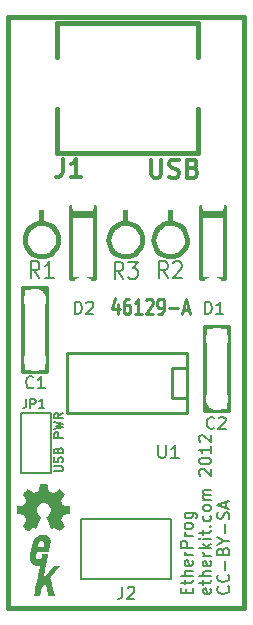
<source format=gto>
G04 (created by PCBNEW-RS274X (2011-nov-30)-testing) date Mon 05 Mar 2012 05:05:37 PM PST*
G01*
G70*
G90*
%MOIN*%
G04 Gerber Fmt 3.4, Leading zero omitted, Abs format*
%FSLAX34Y34*%
G04 APERTURE LIST*
%ADD10C,0.006000*%
%ADD11C,0.009900*%
%ADD12C,0.005900*%
%ADD13C,0.015000*%
%ADD14C,0.012000*%
%ADD15C,0.010000*%
%ADD16C,0.000100*%
%ADD17C,0.008000*%
%ADD18R,0.080000X0.080000*%
%ADD19C,0.080000*%
%ADD20C,0.075000*%
%ADD21R,0.075000X0.075000*%
%ADD22C,0.075100*%
%ADD23C,0.149900*%
G04 APERTURE END LIST*
G54D10*
G54D11*
X62712Y-25299D02*
X62712Y-25640D01*
X62618Y-25104D02*
X62524Y-25470D01*
X62768Y-25470D01*
X63087Y-25128D02*
X63012Y-25128D01*
X62974Y-25153D01*
X62955Y-25177D01*
X62918Y-25250D01*
X62899Y-25348D01*
X62899Y-25543D01*
X62918Y-25591D01*
X62937Y-25616D01*
X62974Y-25640D01*
X63049Y-25640D01*
X63087Y-25616D01*
X63105Y-25591D01*
X63124Y-25543D01*
X63124Y-25421D01*
X63105Y-25372D01*
X63087Y-25348D01*
X63049Y-25323D01*
X62974Y-25323D01*
X62937Y-25348D01*
X62918Y-25372D01*
X62899Y-25421D01*
X63499Y-25640D02*
X63274Y-25640D01*
X63387Y-25640D02*
X63387Y-25128D01*
X63349Y-25201D01*
X63312Y-25250D01*
X63274Y-25275D01*
X63649Y-25177D02*
X63668Y-25153D01*
X63705Y-25128D01*
X63799Y-25128D01*
X63837Y-25153D01*
X63855Y-25177D01*
X63874Y-25226D01*
X63874Y-25275D01*
X63855Y-25348D01*
X63630Y-25640D01*
X63874Y-25640D01*
X64062Y-25640D02*
X64137Y-25640D01*
X64174Y-25616D01*
X64193Y-25591D01*
X64230Y-25518D01*
X64249Y-25421D01*
X64249Y-25226D01*
X64230Y-25177D01*
X64212Y-25153D01*
X64174Y-25128D01*
X64099Y-25128D01*
X64062Y-25153D01*
X64043Y-25177D01*
X64024Y-25226D01*
X64024Y-25348D01*
X64043Y-25396D01*
X64062Y-25421D01*
X64099Y-25445D01*
X64174Y-25445D01*
X64212Y-25421D01*
X64230Y-25396D01*
X64249Y-25348D01*
X64418Y-25445D02*
X64718Y-25445D01*
X64887Y-25494D02*
X65075Y-25494D01*
X64850Y-25640D02*
X64981Y-25128D01*
X65112Y-25640D01*
G54D12*
X64992Y-34945D02*
X64992Y-34814D01*
X65198Y-34758D02*
X65198Y-34945D01*
X64804Y-34945D01*
X64804Y-34758D01*
X64936Y-34645D02*
X64936Y-34495D01*
X64804Y-34589D02*
X65142Y-34589D01*
X65180Y-34570D01*
X65198Y-34533D01*
X65198Y-34495D01*
X65198Y-34364D02*
X64804Y-34364D01*
X65198Y-34195D02*
X64992Y-34195D01*
X64955Y-34214D01*
X64936Y-34252D01*
X64936Y-34308D01*
X64955Y-34345D01*
X64973Y-34364D01*
X65180Y-33858D02*
X65198Y-33896D01*
X65198Y-33971D01*
X65180Y-34008D01*
X65142Y-34027D01*
X64992Y-34027D01*
X64955Y-34008D01*
X64936Y-33971D01*
X64936Y-33896D01*
X64955Y-33858D01*
X64992Y-33839D01*
X65030Y-33839D01*
X65067Y-34027D01*
X65198Y-33670D02*
X64936Y-33670D01*
X65011Y-33670D02*
X64973Y-33651D01*
X64955Y-33633D01*
X64936Y-33595D01*
X64936Y-33558D01*
X65198Y-33426D02*
X64804Y-33426D01*
X64804Y-33276D01*
X64823Y-33239D01*
X64842Y-33220D01*
X64880Y-33201D01*
X64936Y-33201D01*
X64973Y-33220D01*
X64992Y-33239D01*
X65011Y-33276D01*
X65011Y-33426D01*
X65198Y-33032D02*
X64936Y-33032D01*
X65011Y-33032D02*
X64973Y-33013D01*
X64955Y-32995D01*
X64936Y-32957D01*
X64936Y-32920D01*
X65198Y-32732D02*
X65180Y-32769D01*
X65161Y-32788D01*
X65123Y-32807D01*
X65011Y-32807D01*
X64973Y-32788D01*
X64955Y-32769D01*
X64936Y-32732D01*
X64936Y-32676D01*
X64955Y-32638D01*
X64973Y-32619D01*
X65011Y-32601D01*
X65123Y-32601D01*
X65161Y-32619D01*
X65180Y-32638D01*
X65198Y-32676D01*
X65198Y-32732D01*
X64936Y-32263D02*
X65255Y-32263D01*
X65292Y-32282D01*
X65311Y-32301D01*
X65330Y-32338D01*
X65330Y-32395D01*
X65311Y-32432D01*
X65180Y-32263D02*
X65198Y-32301D01*
X65198Y-32376D01*
X65180Y-32413D01*
X65161Y-32432D01*
X65123Y-32451D01*
X65011Y-32451D01*
X64973Y-32432D01*
X64955Y-32413D01*
X64936Y-32376D01*
X64936Y-32301D01*
X64955Y-32263D01*
X65790Y-34795D02*
X65808Y-34833D01*
X65808Y-34908D01*
X65790Y-34945D01*
X65752Y-34964D01*
X65602Y-34964D01*
X65565Y-34945D01*
X65546Y-34908D01*
X65546Y-34833D01*
X65565Y-34795D01*
X65602Y-34776D01*
X65640Y-34776D01*
X65677Y-34964D01*
X65546Y-34663D02*
X65546Y-34513D01*
X65414Y-34607D02*
X65752Y-34607D01*
X65790Y-34588D01*
X65808Y-34551D01*
X65808Y-34513D01*
X65808Y-34382D02*
X65414Y-34382D01*
X65808Y-34213D02*
X65602Y-34213D01*
X65565Y-34232D01*
X65546Y-34270D01*
X65546Y-34326D01*
X65565Y-34363D01*
X65583Y-34382D01*
X65790Y-33876D02*
X65808Y-33914D01*
X65808Y-33989D01*
X65790Y-34026D01*
X65752Y-34045D01*
X65602Y-34045D01*
X65565Y-34026D01*
X65546Y-33989D01*
X65546Y-33914D01*
X65565Y-33876D01*
X65602Y-33857D01*
X65640Y-33857D01*
X65677Y-34045D01*
X65808Y-33688D02*
X65546Y-33688D01*
X65621Y-33688D02*
X65583Y-33669D01*
X65565Y-33651D01*
X65546Y-33613D01*
X65546Y-33576D01*
X65808Y-33444D02*
X65414Y-33444D01*
X65658Y-33407D02*
X65808Y-33294D01*
X65546Y-33294D02*
X65696Y-33444D01*
X65808Y-33125D02*
X65546Y-33125D01*
X65414Y-33125D02*
X65433Y-33144D01*
X65452Y-33125D01*
X65433Y-33106D01*
X65414Y-33125D01*
X65452Y-33125D01*
X65546Y-32993D02*
X65546Y-32843D01*
X65414Y-32937D02*
X65752Y-32937D01*
X65790Y-32918D01*
X65808Y-32881D01*
X65808Y-32843D01*
X65771Y-32712D02*
X65790Y-32693D01*
X65808Y-32712D01*
X65790Y-32731D01*
X65771Y-32712D01*
X65808Y-32712D01*
X65790Y-32355D02*
X65808Y-32393D01*
X65808Y-32468D01*
X65790Y-32505D01*
X65771Y-32524D01*
X65733Y-32543D01*
X65621Y-32543D01*
X65583Y-32524D01*
X65565Y-32505D01*
X65546Y-32468D01*
X65546Y-32393D01*
X65565Y-32355D01*
X65808Y-32130D02*
X65790Y-32167D01*
X65771Y-32186D01*
X65733Y-32205D01*
X65621Y-32205D01*
X65583Y-32186D01*
X65565Y-32167D01*
X65546Y-32130D01*
X65546Y-32074D01*
X65565Y-32036D01*
X65583Y-32017D01*
X65621Y-31999D01*
X65733Y-31999D01*
X65771Y-32017D01*
X65790Y-32036D01*
X65808Y-32074D01*
X65808Y-32130D01*
X65808Y-31830D02*
X65546Y-31830D01*
X65583Y-31830D02*
X65565Y-31811D01*
X65546Y-31774D01*
X65546Y-31718D01*
X65565Y-31680D01*
X65602Y-31661D01*
X65808Y-31661D01*
X65602Y-31661D02*
X65565Y-31643D01*
X65546Y-31605D01*
X65546Y-31549D01*
X65565Y-31511D01*
X65602Y-31492D01*
X65808Y-31492D01*
X65452Y-31024D02*
X65433Y-31005D01*
X65414Y-30968D01*
X65414Y-30874D01*
X65433Y-30836D01*
X65452Y-30818D01*
X65490Y-30799D01*
X65527Y-30799D01*
X65583Y-30818D01*
X65808Y-31043D01*
X65808Y-30799D01*
X65414Y-30555D02*
X65414Y-30518D01*
X65433Y-30480D01*
X65452Y-30461D01*
X65490Y-30443D01*
X65565Y-30424D01*
X65658Y-30424D01*
X65733Y-30443D01*
X65771Y-30461D01*
X65790Y-30480D01*
X65808Y-30518D01*
X65808Y-30555D01*
X65790Y-30593D01*
X65771Y-30611D01*
X65733Y-30630D01*
X65658Y-30649D01*
X65565Y-30649D01*
X65490Y-30630D01*
X65452Y-30611D01*
X65433Y-30593D01*
X65414Y-30555D01*
X65808Y-30049D02*
X65808Y-30274D01*
X65808Y-30161D02*
X65414Y-30161D01*
X65471Y-30199D01*
X65508Y-30236D01*
X65527Y-30274D01*
X65452Y-29899D02*
X65433Y-29880D01*
X65414Y-29843D01*
X65414Y-29749D01*
X65433Y-29711D01*
X65452Y-29693D01*
X65490Y-29674D01*
X65527Y-29674D01*
X65583Y-29693D01*
X65808Y-29918D01*
X65808Y-29674D01*
X66381Y-34720D02*
X66400Y-34739D01*
X66418Y-34795D01*
X66418Y-34833D01*
X66400Y-34889D01*
X66362Y-34926D01*
X66325Y-34945D01*
X66250Y-34964D01*
X66193Y-34964D01*
X66118Y-34945D01*
X66081Y-34926D01*
X66043Y-34889D01*
X66024Y-34833D01*
X66024Y-34795D01*
X66043Y-34739D01*
X66062Y-34720D01*
X66381Y-34326D02*
X66400Y-34345D01*
X66418Y-34401D01*
X66418Y-34439D01*
X66400Y-34495D01*
X66362Y-34532D01*
X66325Y-34551D01*
X66250Y-34570D01*
X66193Y-34570D01*
X66118Y-34551D01*
X66081Y-34532D01*
X66043Y-34495D01*
X66024Y-34439D01*
X66024Y-34401D01*
X66043Y-34345D01*
X66062Y-34326D01*
X66268Y-34157D02*
X66268Y-33857D01*
X66212Y-33538D02*
X66231Y-33482D01*
X66250Y-33463D01*
X66287Y-33444D01*
X66343Y-33444D01*
X66381Y-33463D01*
X66400Y-33482D01*
X66418Y-33519D01*
X66418Y-33669D01*
X66024Y-33669D01*
X66024Y-33538D01*
X66043Y-33500D01*
X66062Y-33482D01*
X66100Y-33463D01*
X66137Y-33463D01*
X66175Y-33482D01*
X66193Y-33500D01*
X66212Y-33538D01*
X66212Y-33669D01*
X66231Y-33200D02*
X66418Y-33200D01*
X66024Y-33331D02*
X66231Y-33200D01*
X66024Y-33069D01*
X66268Y-32937D02*
X66268Y-32637D01*
X66400Y-32468D02*
X66418Y-32412D01*
X66418Y-32318D01*
X66400Y-32280D01*
X66381Y-32262D01*
X66343Y-32243D01*
X66306Y-32243D01*
X66268Y-32262D01*
X66250Y-32280D01*
X66231Y-32318D01*
X66212Y-32393D01*
X66193Y-32430D01*
X66175Y-32449D01*
X66137Y-32468D01*
X66100Y-32468D01*
X66062Y-32449D01*
X66043Y-32430D01*
X66024Y-32393D01*
X66024Y-32299D01*
X66043Y-32243D01*
X66306Y-32093D02*
X66306Y-31905D01*
X66418Y-32130D02*
X66024Y-31999D01*
X66418Y-31868D01*
G54D13*
X66929Y-15748D02*
X59055Y-15748D01*
X66929Y-35433D02*
X66929Y-15748D01*
X59055Y-35433D02*
X66929Y-35433D01*
X59055Y-15748D02*
X59055Y-35433D01*
G54D10*
X60480Y-30941D02*
X59480Y-30941D01*
X59480Y-30941D02*
X59480Y-28941D01*
X59480Y-28941D02*
X60480Y-28941D01*
X60480Y-28941D02*
X60480Y-30941D01*
G54D14*
X60361Y-24781D02*
X60361Y-27581D01*
X60361Y-27581D02*
X59561Y-27581D01*
X59561Y-27581D02*
X59561Y-24781D01*
X59561Y-24781D02*
X60361Y-24781D01*
X60161Y-24781D02*
X60361Y-24981D01*
X65624Y-28861D02*
X65624Y-26061D01*
X65624Y-26061D02*
X66424Y-26061D01*
X66424Y-26061D02*
X66424Y-28861D01*
X66424Y-28861D02*
X65624Y-28861D01*
X65824Y-28861D02*
X65624Y-28661D01*
X65866Y-21768D02*
X65866Y-22068D01*
X65866Y-22068D02*
X65466Y-22068D01*
X65466Y-22068D02*
X65466Y-24468D01*
X65466Y-24468D02*
X65866Y-24468D01*
X65866Y-24468D02*
X65866Y-24768D01*
X65866Y-24468D02*
X66266Y-24468D01*
X66266Y-24468D02*
X66266Y-22068D01*
X66266Y-22068D02*
X65866Y-22068D01*
X65466Y-22268D02*
X66266Y-22268D01*
X66266Y-22368D02*
X65466Y-22368D01*
X61555Y-21787D02*
X61555Y-22087D01*
X61555Y-22087D02*
X61155Y-22087D01*
X61155Y-22087D02*
X61155Y-24487D01*
X61155Y-24487D02*
X61555Y-24487D01*
X61555Y-24487D02*
X61555Y-24787D01*
X61555Y-24487D02*
X61955Y-24487D01*
X61955Y-24487D02*
X61955Y-22087D01*
X61955Y-22087D02*
X61555Y-22087D01*
X61155Y-22287D02*
X61955Y-22287D01*
X61955Y-22387D02*
X61155Y-22387D01*
G54D13*
X60158Y-22598D02*
X60158Y-22205D01*
X60717Y-23158D02*
X60706Y-23266D01*
X60674Y-23371D01*
X60623Y-23467D01*
X60554Y-23551D01*
X60470Y-23621D01*
X60374Y-23673D01*
X60270Y-23705D01*
X60161Y-23716D01*
X60054Y-23707D01*
X59949Y-23676D01*
X59852Y-23625D01*
X59767Y-23557D01*
X59697Y-23473D01*
X59645Y-23378D01*
X59612Y-23274D01*
X59600Y-23165D01*
X59609Y-23058D01*
X59639Y-22953D01*
X59689Y-22856D01*
X59756Y-22770D01*
X59839Y-22699D01*
X59935Y-22646D01*
X60038Y-22613D01*
X60147Y-22600D01*
X60255Y-22608D01*
X60360Y-22637D01*
X60457Y-22687D01*
X60543Y-22754D01*
X60614Y-22836D01*
X60668Y-22931D01*
X60703Y-23035D01*
X60716Y-23143D01*
X60717Y-23158D01*
X64449Y-22598D02*
X64449Y-22205D01*
X65008Y-23158D02*
X64997Y-23266D01*
X64965Y-23371D01*
X64914Y-23467D01*
X64845Y-23551D01*
X64761Y-23621D01*
X64665Y-23673D01*
X64561Y-23705D01*
X64452Y-23716D01*
X64345Y-23707D01*
X64240Y-23676D01*
X64143Y-23625D01*
X64058Y-23557D01*
X63988Y-23473D01*
X63936Y-23378D01*
X63903Y-23274D01*
X63891Y-23165D01*
X63900Y-23058D01*
X63930Y-22953D01*
X63980Y-22856D01*
X64047Y-22770D01*
X64130Y-22699D01*
X64226Y-22646D01*
X64329Y-22613D01*
X64438Y-22600D01*
X64546Y-22608D01*
X64651Y-22637D01*
X64748Y-22687D01*
X64834Y-22754D01*
X64905Y-22836D01*
X64959Y-22931D01*
X64994Y-23035D01*
X65007Y-23143D01*
X65008Y-23158D01*
X62953Y-22598D02*
X62953Y-22205D01*
X63512Y-23158D02*
X63501Y-23266D01*
X63469Y-23371D01*
X63418Y-23467D01*
X63349Y-23551D01*
X63265Y-23621D01*
X63169Y-23673D01*
X63065Y-23705D01*
X62956Y-23716D01*
X62849Y-23707D01*
X62744Y-23676D01*
X62647Y-23625D01*
X62562Y-23557D01*
X62492Y-23473D01*
X62440Y-23378D01*
X62407Y-23274D01*
X62395Y-23165D01*
X62404Y-23058D01*
X62434Y-22953D01*
X62484Y-22856D01*
X62551Y-22770D01*
X62634Y-22699D01*
X62730Y-22646D01*
X62833Y-22613D01*
X62942Y-22600D01*
X63050Y-22608D01*
X63155Y-22637D01*
X63252Y-22687D01*
X63338Y-22754D01*
X63409Y-22836D01*
X63463Y-22931D01*
X63498Y-23035D01*
X63511Y-23143D01*
X63512Y-23158D01*
G54D15*
X65012Y-28433D02*
X64512Y-28433D01*
X64512Y-28433D02*
X64512Y-27433D01*
X64512Y-27433D02*
X65012Y-27433D01*
X65012Y-28933D02*
X61012Y-28933D01*
X61012Y-28933D02*
X61012Y-26933D01*
X61012Y-26933D02*
X65012Y-26933D01*
X65012Y-26933D02*
X65012Y-28933D01*
G54D13*
X65393Y-17066D02*
X65393Y-15944D01*
X65393Y-15944D02*
X60669Y-15944D01*
X60669Y-18799D02*
X60669Y-20255D01*
X60669Y-20255D02*
X65393Y-20255D01*
X65393Y-20255D02*
X65393Y-18799D01*
X60669Y-15944D02*
X60669Y-17066D01*
G54D16*
G36*
X59705Y-32874D02*
X59714Y-32869D01*
X59735Y-32856D01*
X59764Y-32837D01*
X59799Y-32814D01*
X59833Y-32790D01*
X59862Y-32771D01*
X59882Y-32758D01*
X59890Y-32754D01*
X59895Y-32755D01*
X59911Y-32763D01*
X59935Y-32776D01*
X59949Y-32783D01*
X59971Y-32792D01*
X59982Y-32794D01*
X59984Y-32791D01*
X59992Y-32775D01*
X60004Y-32746D01*
X60021Y-32708D01*
X60040Y-32663D01*
X60060Y-32615D01*
X60081Y-32567D01*
X60100Y-32520D01*
X60117Y-32478D01*
X60131Y-32444D01*
X60140Y-32420D01*
X60143Y-32410D01*
X60142Y-32408D01*
X60131Y-32397D01*
X60112Y-32383D01*
X60071Y-32349D01*
X60030Y-32298D01*
X60005Y-32240D01*
X59996Y-32175D01*
X60003Y-32116D01*
X60027Y-32059D01*
X60067Y-32007D01*
X60116Y-31969D01*
X60172Y-31944D01*
X60236Y-31936D01*
X60297Y-31943D01*
X60355Y-31966D01*
X60407Y-32006D01*
X60429Y-32031D01*
X60459Y-32083D01*
X60476Y-32139D01*
X60478Y-32153D01*
X60475Y-32215D01*
X60457Y-32274D01*
X60425Y-32326D01*
X60380Y-32370D01*
X60374Y-32374D01*
X60353Y-32389D01*
X60339Y-32400D01*
X60328Y-32409D01*
X60406Y-32598D01*
X60419Y-32628D01*
X60440Y-32679D01*
X60459Y-32724D01*
X60475Y-32759D01*
X60485Y-32783D01*
X60490Y-32792D01*
X60490Y-32793D01*
X60497Y-32794D01*
X60511Y-32789D01*
X60538Y-32776D01*
X60555Y-32767D01*
X60575Y-32757D01*
X60584Y-32754D01*
X60592Y-32758D01*
X60611Y-32770D01*
X60639Y-32789D01*
X60673Y-32812D01*
X60705Y-32834D01*
X60734Y-32853D01*
X60756Y-32867D01*
X60766Y-32873D01*
X60768Y-32873D01*
X60777Y-32868D01*
X60794Y-32853D01*
X60820Y-32829D01*
X60856Y-32793D01*
X60862Y-32788D01*
X60892Y-32757D01*
X60916Y-32732D01*
X60932Y-32714D01*
X60938Y-32705D01*
X60938Y-32705D01*
X60933Y-32695D01*
X60919Y-32674D01*
X60900Y-32644D01*
X60876Y-32609D01*
X60813Y-32518D01*
X60848Y-32432D01*
X60858Y-32406D01*
X60872Y-32374D01*
X60882Y-32352D01*
X60887Y-32342D01*
X60896Y-32338D01*
X60919Y-32333D01*
X60953Y-32326D01*
X60994Y-32318D01*
X61033Y-32311D01*
X61067Y-32304D01*
X61093Y-32299D01*
X61104Y-32297D01*
X61107Y-32296D01*
X61109Y-32290D01*
X61110Y-32278D01*
X61111Y-32257D01*
X61112Y-32224D01*
X61112Y-32175D01*
X61112Y-32170D01*
X61111Y-32124D01*
X61111Y-32087D01*
X61109Y-32064D01*
X61108Y-32054D01*
X61108Y-32054D01*
X61097Y-32052D01*
X61072Y-32046D01*
X61037Y-32040D01*
X60996Y-32032D01*
X60993Y-32031D01*
X60952Y-32023D01*
X60917Y-32016D01*
X60893Y-32010D01*
X60882Y-32007D01*
X60880Y-32004D01*
X60872Y-31988D01*
X60860Y-31962D01*
X60846Y-31931D01*
X60833Y-31898D01*
X60821Y-31869D01*
X60813Y-31847D01*
X60811Y-31837D01*
X60811Y-31837D01*
X60817Y-31827D01*
X60831Y-31806D01*
X60851Y-31776D01*
X60876Y-31741D01*
X60877Y-31738D01*
X60901Y-31703D01*
X60921Y-31673D01*
X60933Y-31652D01*
X60938Y-31643D01*
X60938Y-31642D01*
X60930Y-31632D01*
X60912Y-31612D01*
X60887Y-31585D01*
X60856Y-31554D01*
X60846Y-31544D01*
X60812Y-31511D01*
X60789Y-31489D01*
X60774Y-31478D01*
X60767Y-31475D01*
X60767Y-31475D01*
X60756Y-31482D01*
X60734Y-31496D01*
X60704Y-31517D01*
X60668Y-31541D01*
X60666Y-31542D01*
X60631Y-31566D01*
X60602Y-31586D01*
X60581Y-31600D01*
X60572Y-31605D01*
X60570Y-31605D01*
X60556Y-31601D01*
X60531Y-31592D01*
X60501Y-31580D01*
X60468Y-31567D01*
X60439Y-31555D01*
X60417Y-31545D01*
X60406Y-31539D01*
X60406Y-31538D01*
X60402Y-31526D01*
X60396Y-31500D01*
X60389Y-31464D01*
X60381Y-31421D01*
X60379Y-31414D01*
X60371Y-31372D01*
X60365Y-31338D01*
X60360Y-31314D01*
X60357Y-31304D01*
X60351Y-31303D01*
X60331Y-31301D01*
X60300Y-31300D01*
X60262Y-31300D01*
X60223Y-31300D01*
X60184Y-31301D01*
X60151Y-31302D01*
X60128Y-31304D01*
X60118Y-31306D01*
X60117Y-31306D01*
X60114Y-31319D01*
X60108Y-31345D01*
X60101Y-31382D01*
X60092Y-31425D01*
X60091Y-31432D01*
X60083Y-31474D01*
X60076Y-31508D01*
X60071Y-31532D01*
X60068Y-31541D01*
X60065Y-31543D01*
X60047Y-31550D01*
X60019Y-31562D01*
X59985Y-31576D01*
X59905Y-31608D01*
X59806Y-31541D01*
X59797Y-31535D01*
X59762Y-31511D01*
X59733Y-31491D01*
X59713Y-31478D01*
X59704Y-31474D01*
X59704Y-31474D01*
X59694Y-31483D01*
X59674Y-31501D01*
X59648Y-31527D01*
X59617Y-31558D01*
X59594Y-31580D01*
X59567Y-31608D01*
X59549Y-31627D01*
X59540Y-31639D01*
X59537Y-31646D01*
X59538Y-31651D01*
X59544Y-31661D01*
X59558Y-31682D01*
X59579Y-31712D01*
X59603Y-31747D01*
X59622Y-31776D01*
X59644Y-31809D01*
X59658Y-31833D01*
X59662Y-31844D01*
X59661Y-31849D01*
X59654Y-31868D01*
X59643Y-31897D01*
X59628Y-31932D01*
X59594Y-32010D01*
X59543Y-32020D01*
X59512Y-32025D01*
X59468Y-32034D01*
X59427Y-32042D01*
X59362Y-32054D01*
X59360Y-32291D01*
X59370Y-32295D01*
X59380Y-32298D01*
X59404Y-32303D01*
X59438Y-32310D01*
X59478Y-32318D01*
X59512Y-32324D01*
X59547Y-32331D01*
X59572Y-32336D01*
X59583Y-32338D01*
X59586Y-32342D01*
X59594Y-32358D01*
X59607Y-32385D01*
X59620Y-32417D01*
X59634Y-32450D01*
X59646Y-32481D01*
X59655Y-32504D01*
X59658Y-32517D01*
X59653Y-32526D01*
X59640Y-32546D01*
X59621Y-32575D01*
X59598Y-32609D01*
X59574Y-32644D01*
X59554Y-32673D01*
X59541Y-32694D01*
X59535Y-32704D01*
X59538Y-32711D01*
X59551Y-32727D01*
X59577Y-32754D01*
X59616Y-32792D01*
X59622Y-32798D01*
X59653Y-32828D01*
X59679Y-32852D01*
X59697Y-32868D01*
X59705Y-32874D01*
X59705Y-32874D01*
G37*
G36*
X60504Y-35042D02*
X60520Y-35042D01*
X60570Y-35041D01*
X60603Y-35039D01*
X60615Y-35036D01*
X60613Y-35028D01*
X60606Y-35000D01*
X60593Y-34953D01*
X60577Y-34892D01*
X60557Y-34819D01*
X60518Y-34677D01*
X60497Y-34602D01*
X60480Y-34536D01*
X60466Y-34485D01*
X60457Y-34450D01*
X60454Y-34436D01*
X60454Y-34435D01*
X60465Y-34419D01*
X60488Y-34387D01*
X60522Y-34343D01*
X60564Y-34290D01*
X60612Y-34230D01*
X60770Y-34035D01*
X60568Y-34035D01*
X60402Y-34248D01*
X60380Y-34275D01*
X60334Y-34334D01*
X60294Y-34385D01*
X60262Y-34425D01*
X60242Y-34450D01*
X60234Y-34459D01*
X60235Y-34453D01*
X60240Y-34425D01*
X60249Y-34378D01*
X60261Y-34315D01*
X60276Y-34237D01*
X60293Y-34149D01*
X60312Y-34053D01*
X60325Y-33985D01*
X60344Y-33893D01*
X60360Y-33811D01*
X60373Y-33741D01*
X60383Y-33687D01*
X60390Y-33652D01*
X60392Y-33637D01*
X60392Y-33634D01*
X60387Y-33630D01*
X60372Y-33628D01*
X60342Y-33628D01*
X60292Y-33628D01*
X60192Y-33630D01*
X60182Y-33679D01*
X60171Y-33725D01*
X60155Y-33758D01*
X60132Y-33785D01*
X60116Y-33799D01*
X60088Y-33814D01*
X60053Y-33818D01*
X60051Y-33818D01*
X60023Y-33814D01*
X60000Y-33799D01*
X59996Y-33795D01*
X59981Y-33776D01*
X59975Y-33753D01*
X59978Y-33717D01*
X59987Y-33664D01*
X59995Y-33628D01*
X60001Y-33598D01*
X60003Y-33586D01*
X60009Y-33585D01*
X60035Y-33585D01*
X60064Y-33584D01*
X60064Y-33416D01*
X60044Y-33414D01*
X60037Y-33411D01*
X60036Y-33406D01*
X60038Y-33400D01*
X60044Y-33374D01*
X60052Y-33337D01*
X60056Y-33321D01*
X60067Y-33282D01*
X60078Y-33255D01*
X60081Y-33250D01*
X60109Y-33219D01*
X60147Y-33200D01*
X60188Y-33194D01*
X60223Y-33202D01*
X60248Y-33226D01*
X60249Y-33228D01*
X60256Y-33263D01*
X60254Y-33312D01*
X60245Y-33367D01*
X60234Y-33413D01*
X60134Y-33415D01*
X60101Y-33416D01*
X60064Y-33416D01*
X60064Y-33584D01*
X60079Y-33584D01*
X60136Y-33584D01*
X60204Y-33583D01*
X60404Y-33583D01*
X60408Y-33569D01*
X60409Y-33566D01*
X60418Y-33524D01*
X60428Y-33469D01*
X60439Y-33409D01*
X60450Y-33349D01*
X60458Y-33296D01*
X60464Y-33254D01*
X60467Y-33231D01*
X60466Y-33219D01*
X60452Y-33148D01*
X60417Y-33086D01*
X60367Y-33036D01*
X60304Y-33006D01*
X60297Y-33004D01*
X60250Y-32997D01*
X60195Y-32997D01*
X60146Y-33003D01*
X60099Y-33017D01*
X60027Y-33057D01*
X59961Y-33113D01*
X59907Y-33179D01*
X59870Y-33250D01*
X59867Y-33259D01*
X59859Y-33294D01*
X59848Y-33345D01*
X59834Y-33407D01*
X59820Y-33476D01*
X59806Y-33547D01*
X59793Y-33615D01*
X59782Y-33674D01*
X59774Y-33720D01*
X59770Y-33748D01*
X59770Y-33788D01*
X59778Y-33853D01*
X59798Y-33907D01*
X59806Y-33920D01*
X59852Y-33971D01*
X59914Y-34007D01*
X59986Y-34025D01*
X60063Y-34023D01*
X60072Y-34022D01*
X60100Y-34018D01*
X60112Y-34018D01*
X60112Y-34021D01*
X60108Y-34045D01*
X60099Y-34089D01*
X60087Y-34150D01*
X60072Y-34228D01*
X60055Y-34318D01*
X60035Y-34418D01*
X60002Y-34582D01*
X59981Y-34686D01*
X59962Y-34782D01*
X59946Y-34866D01*
X59932Y-34937D01*
X59922Y-34990D01*
X59916Y-35025D01*
X59915Y-35037D01*
X59916Y-35038D01*
X59934Y-35040D01*
X59969Y-35041D01*
X60016Y-35042D01*
X60057Y-35042D01*
X60090Y-35041D01*
X60107Y-35039D01*
X60115Y-35035D01*
X60117Y-35028D01*
X60119Y-35018D01*
X60126Y-34987D01*
X60134Y-34942D01*
X60145Y-34888D01*
X60148Y-34872D01*
X60162Y-34808D01*
X60173Y-34768D01*
X60181Y-34749D01*
X60185Y-34745D01*
X60215Y-34711D01*
X60246Y-34676D01*
X60275Y-34646D01*
X60295Y-34625D01*
X60303Y-34617D01*
X60305Y-34623D01*
X60311Y-34649D01*
X60320Y-34693D01*
X60332Y-34750D01*
X60345Y-34816D01*
X60355Y-34862D01*
X60368Y-34924D01*
X60378Y-34976D01*
X60386Y-35012D01*
X60389Y-35028D01*
X60390Y-35029D01*
X60392Y-35035D01*
X60400Y-35039D01*
X60418Y-35041D01*
X60451Y-35042D01*
X60504Y-35042D01*
X60504Y-35042D01*
G37*
G54D17*
X61492Y-32465D02*
X64492Y-32465D01*
X64492Y-34465D02*
X61492Y-34465D01*
X61492Y-34465D02*
X61492Y-32465D01*
X64492Y-32465D02*
X64492Y-34465D01*
G54D10*
X59652Y-28463D02*
X59652Y-28678D01*
X59638Y-28721D01*
X59609Y-28749D01*
X59566Y-28763D01*
X59538Y-28763D01*
X59795Y-28763D02*
X59795Y-28463D01*
X59910Y-28463D01*
X59938Y-28478D01*
X59953Y-28492D01*
X59967Y-28521D01*
X59967Y-28563D01*
X59953Y-28592D01*
X59938Y-28606D01*
X59910Y-28621D01*
X59795Y-28621D01*
X60253Y-28763D02*
X60081Y-28763D01*
X60167Y-28763D02*
X60167Y-28463D01*
X60138Y-28506D01*
X60110Y-28535D01*
X60081Y-28549D01*
X60569Y-30886D02*
X60812Y-30886D01*
X60841Y-30871D01*
X60855Y-30857D01*
X60869Y-30828D01*
X60869Y-30771D01*
X60855Y-30743D01*
X60841Y-30728D01*
X60812Y-30714D01*
X60569Y-30714D01*
X60855Y-30586D02*
X60869Y-30543D01*
X60869Y-30472D01*
X60855Y-30443D01*
X60841Y-30429D01*
X60812Y-30414D01*
X60784Y-30414D01*
X60755Y-30429D01*
X60741Y-30443D01*
X60727Y-30472D01*
X60712Y-30529D01*
X60698Y-30557D01*
X60684Y-30572D01*
X60655Y-30586D01*
X60627Y-30586D01*
X60598Y-30572D01*
X60584Y-30557D01*
X60569Y-30529D01*
X60569Y-30457D01*
X60584Y-30414D01*
X60712Y-30186D02*
X60727Y-30143D01*
X60741Y-30128D01*
X60769Y-30114D01*
X60812Y-30114D01*
X60841Y-30128D01*
X60855Y-30143D01*
X60869Y-30171D01*
X60869Y-30286D01*
X60569Y-30286D01*
X60569Y-30186D01*
X60584Y-30157D01*
X60598Y-30143D01*
X60627Y-30128D01*
X60655Y-30128D01*
X60684Y-30143D01*
X60698Y-30157D01*
X60712Y-30186D01*
X60712Y-30286D01*
X60869Y-29757D02*
X60569Y-29757D01*
X60569Y-29642D01*
X60584Y-29614D01*
X60598Y-29599D01*
X60627Y-29585D01*
X60669Y-29585D01*
X60698Y-29599D01*
X60712Y-29614D01*
X60727Y-29642D01*
X60727Y-29757D01*
X60569Y-29485D02*
X60869Y-29414D01*
X60655Y-29357D01*
X60869Y-29299D01*
X60569Y-29228D01*
X60869Y-28942D02*
X60727Y-29042D01*
X60869Y-29114D02*
X60569Y-29114D01*
X60569Y-28999D01*
X60584Y-28971D01*
X60598Y-28956D01*
X60627Y-28942D01*
X60669Y-28942D01*
X60698Y-28956D01*
X60712Y-28971D01*
X60727Y-28999D01*
X60727Y-29114D01*
G54D17*
X59895Y-28077D02*
X59876Y-28096D01*
X59819Y-28115D01*
X59781Y-28115D01*
X59723Y-28096D01*
X59685Y-28058D01*
X59666Y-28020D01*
X59647Y-27943D01*
X59647Y-27886D01*
X59666Y-27810D01*
X59685Y-27772D01*
X59723Y-27734D01*
X59781Y-27715D01*
X59819Y-27715D01*
X59876Y-27734D01*
X59895Y-27753D01*
X60276Y-28115D02*
X60047Y-28115D01*
X60161Y-28115D02*
X60161Y-27715D01*
X60123Y-27772D01*
X60085Y-27810D01*
X60047Y-27829D01*
X65918Y-29435D02*
X65899Y-29454D01*
X65842Y-29473D01*
X65804Y-29473D01*
X65746Y-29454D01*
X65708Y-29416D01*
X65689Y-29378D01*
X65670Y-29301D01*
X65670Y-29244D01*
X65689Y-29168D01*
X65708Y-29130D01*
X65746Y-29092D01*
X65804Y-29073D01*
X65842Y-29073D01*
X65899Y-29092D01*
X65918Y-29111D01*
X66070Y-29111D02*
X66089Y-29092D01*
X66127Y-29073D01*
X66223Y-29073D01*
X66261Y-29092D01*
X66280Y-29111D01*
X66299Y-29149D01*
X66299Y-29187D01*
X66280Y-29244D01*
X66051Y-29473D01*
X66299Y-29473D01*
X65611Y-25634D02*
X65611Y-25234D01*
X65706Y-25234D01*
X65764Y-25253D01*
X65802Y-25291D01*
X65821Y-25329D01*
X65840Y-25405D01*
X65840Y-25462D01*
X65821Y-25539D01*
X65802Y-25577D01*
X65764Y-25615D01*
X65706Y-25634D01*
X65611Y-25634D01*
X66221Y-25634D02*
X65992Y-25634D01*
X66106Y-25634D02*
X66106Y-25234D01*
X66068Y-25291D01*
X66030Y-25329D01*
X65992Y-25348D01*
X61279Y-25634D02*
X61279Y-25234D01*
X61374Y-25234D01*
X61432Y-25253D01*
X61470Y-25291D01*
X61489Y-25329D01*
X61508Y-25405D01*
X61508Y-25462D01*
X61489Y-25539D01*
X61470Y-25577D01*
X61432Y-25615D01*
X61374Y-25634D01*
X61279Y-25634D01*
X61660Y-25272D02*
X61679Y-25253D01*
X61717Y-25234D01*
X61813Y-25234D01*
X61851Y-25253D01*
X61870Y-25272D01*
X61889Y-25310D01*
X61889Y-25348D01*
X61870Y-25405D01*
X61641Y-25634D01*
X61889Y-25634D01*
X60095Y-24436D02*
X59928Y-24174D01*
X59809Y-24436D02*
X59809Y-23886D01*
X60000Y-23886D01*
X60047Y-23912D01*
X60071Y-23938D01*
X60095Y-23990D01*
X60095Y-24069D01*
X60071Y-24121D01*
X60047Y-24148D01*
X60000Y-24174D01*
X59809Y-24174D01*
X60571Y-24436D02*
X60285Y-24436D01*
X60428Y-24436D02*
X60428Y-23886D01*
X60380Y-23964D01*
X60333Y-24017D01*
X60285Y-24043D01*
X64366Y-24436D02*
X64199Y-24174D01*
X64080Y-24436D02*
X64080Y-23886D01*
X64271Y-23886D01*
X64318Y-23912D01*
X64342Y-23938D01*
X64366Y-23990D01*
X64366Y-24069D01*
X64342Y-24121D01*
X64318Y-24148D01*
X64271Y-24174D01*
X64080Y-24174D01*
X64556Y-23938D02*
X64580Y-23912D01*
X64628Y-23886D01*
X64747Y-23886D01*
X64794Y-23912D01*
X64818Y-23938D01*
X64842Y-23990D01*
X64842Y-24043D01*
X64818Y-24121D01*
X64532Y-24436D01*
X64842Y-24436D01*
X62889Y-24455D02*
X62722Y-24193D01*
X62603Y-24455D02*
X62603Y-23905D01*
X62794Y-23905D01*
X62841Y-23931D01*
X62865Y-23957D01*
X62889Y-24009D01*
X62889Y-24088D01*
X62865Y-24140D01*
X62841Y-24167D01*
X62794Y-24193D01*
X62603Y-24193D01*
X63055Y-23905D02*
X63365Y-23905D01*
X63198Y-24114D01*
X63270Y-24114D01*
X63317Y-24140D01*
X63341Y-24167D01*
X63365Y-24219D01*
X63365Y-24350D01*
X63341Y-24402D01*
X63317Y-24428D01*
X63270Y-24455D01*
X63127Y-24455D01*
X63079Y-24428D01*
X63055Y-24402D01*
X64060Y-29998D02*
X64060Y-30348D01*
X64081Y-30390D01*
X64101Y-30410D01*
X64143Y-30431D01*
X64225Y-30431D01*
X64266Y-30410D01*
X64287Y-30390D01*
X64308Y-30348D01*
X64308Y-29998D01*
X64741Y-30431D02*
X64493Y-30431D01*
X64617Y-30431D02*
X64617Y-29998D01*
X64576Y-30060D01*
X64535Y-30101D01*
X64493Y-30121D01*
G54D14*
X60883Y-20470D02*
X60883Y-20898D01*
X60855Y-20984D01*
X60798Y-21041D01*
X60712Y-21070D01*
X60655Y-21070D01*
X61483Y-21070D02*
X61140Y-21070D01*
X61312Y-21070D02*
X61312Y-20470D01*
X61255Y-20556D01*
X61197Y-20613D01*
X61140Y-20641D01*
X63810Y-20489D02*
X63810Y-20975D01*
X63838Y-21032D01*
X63867Y-21060D01*
X63924Y-21089D01*
X64038Y-21089D01*
X64096Y-21060D01*
X64124Y-21032D01*
X64153Y-20975D01*
X64153Y-20489D01*
X64410Y-21060D02*
X64496Y-21089D01*
X64639Y-21089D01*
X64696Y-21060D01*
X64725Y-21032D01*
X64753Y-20975D01*
X64753Y-20917D01*
X64725Y-20860D01*
X64696Y-20832D01*
X64639Y-20803D01*
X64525Y-20775D01*
X64467Y-20746D01*
X64439Y-20717D01*
X64410Y-20660D01*
X64410Y-20603D01*
X64439Y-20546D01*
X64467Y-20517D01*
X64525Y-20489D01*
X64667Y-20489D01*
X64753Y-20517D01*
X65210Y-20775D02*
X65296Y-20803D01*
X65324Y-20832D01*
X65353Y-20889D01*
X65353Y-20975D01*
X65324Y-21032D01*
X65296Y-21060D01*
X65238Y-21089D01*
X65010Y-21089D01*
X65010Y-20489D01*
X65210Y-20489D01*
X65267Y-20517D01*
X65296Y-20546D01*
X65324Y-20603D01*
X65324Y-20660D01*
X65296Y-20717D01*
X65267Y-20746D01*
X65210Y-20775D01*
X65010Y-20775D01*
G54D17*
X62859Y-34727D02*
X62859Y-35013D01*
X62839Y-35070D01*
X62801Y-35108D01*
X62744Y-35127D01*
X62706Y-35127D01*
X63030Y-34765D02*
X63049Y-34746D01*
X63087Y-34727D01*
X63183Y-34727D01*
X63221Y-34746D01*
X63240Y-34765D01*
X63259Y-34803D01*
X63259Y-34841D01*
X63240Y-34898D01*
X63011Y-35127D01*
X63259Y-35127D01*
%LPC*%
G54D18*
X59980Y-30441D03*
G54D19*
X59980Y-29441D03*
G54D20*
X59961Y-25181D03*
X59961Y-27181D03*
X66024Y-28461D03*
X66024Y-26461D03*
G54D21*
X65866Y-21768D03*
G54D20*
X65866Y-24768D03*
G54D21*
X61555Y-21787D03*
G54D20*
X61555Y-24787D03*
X60158Y-23158D03*
X60158Y-21791D03*
X64449Y-23158D03*
X64449Y-21791D03*
X62953Y-23158D03*
X62953Y-21791D03*
G54D21*
X64512Y-26433D03*
G54D20*
X63512Y-26433D03*
X62512Y-26433D03*
X61512Y-26433D03*
X61512Y-29433D03*
X62512Y-29433D03*
X63512Y-29433D03*
X64512Y-29433D03*
G54D22*
X62539Y-19783D03*
X63523Y-19783D03*
X63523Y-18996D03*
X62539Y-18996D03*
G54D23*
X65401Y-17925D03*
X60661Y-17925D03*
G54D18*
X63992Y-32965D03*
G54D19*
X63992Y-33965D03*
X62992Y-32965D03*
X62992Y-33965D03*
X61992Y-32965D03*
X61992Y-33965D03*
M02*

</source>
